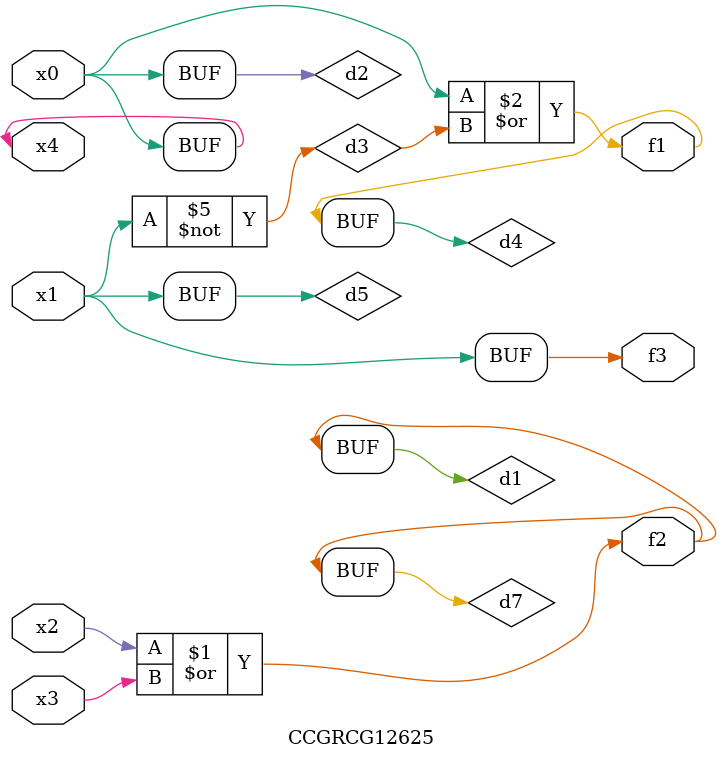
<source format=v>
module CCGRCG12625(
	input x0, x1, x2, x3, x4,
	output f1, f2, f3
);

	wire d1, d2, d3, d4, d5, d6, d7;

	or (d1, x2, x3);
	buf (d2, x0, x4);
	not (d3, x1);
	or (d4, d2, d3);
	not (d5, d3);
	nand (d6, d1, d3);
	or (d7, d1);
	assign f1 = d4;
	assign f2 = d7;
	assign f3 = d5;
endmodule

</source>
